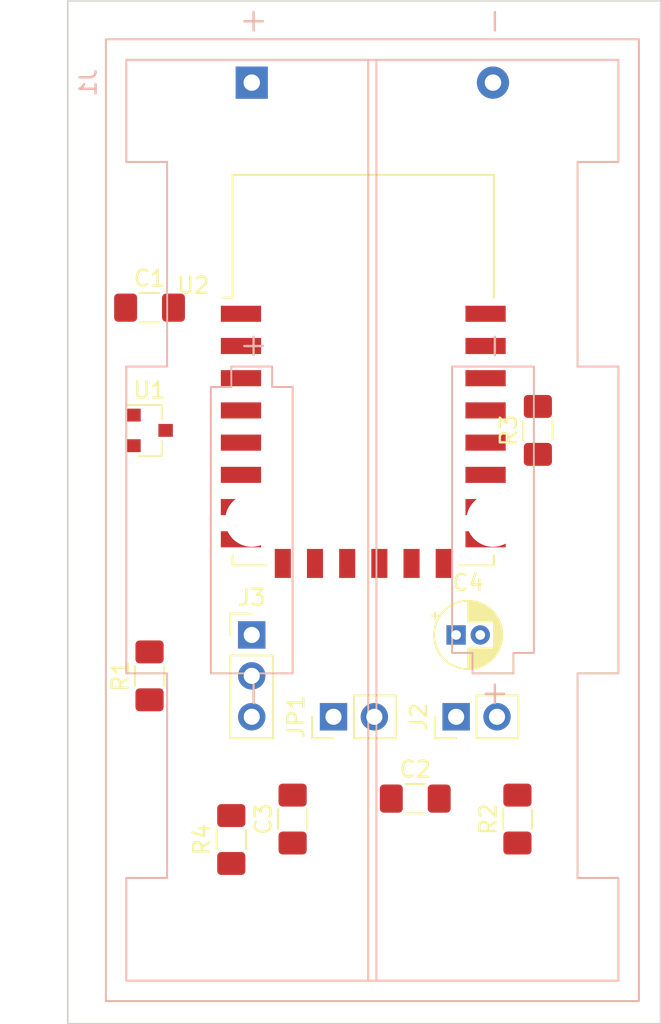
<source format=kicad_pcb>
(kicad_pcb (version 20171130) (host pcbnew "(5.1.5-0-10_14)")

  (general
    (thickness 1.6)
    (drawings 4)
    (tracks 0)
    (zones 0)
    (modules 14)
    (nets 13)
  )

  (page A4)
  (layers
    (0 F.Cu signal)
    (31 B.Cu signal)
    (32 B.Adhes user)
    (33 F.Adhes user)
    (34 B.Paste user)
    (35 F.Paste user)
    (36 B.SilkS user hide)
    (37 F.SilkS user hide)
    (38 B.Mask user)
    (39 F.Mask user)
    (40 Dwgs.User user)
    (41 Cmts.User user)
    (42 Eco1.User user)
    (43 Eco2.User user)
    (44 Edge.Cuts user)
    (45 Margin user)
    (46 B.CrtYd user)
    (47 F.CrtYd user)
    (48 B.Fab user)
    (49 F.Fab user)
  )

  (setup
    (last_trace_width 0.25)
    (trace_clearance 0.2)
    (zone_clearance 0.508)
    (zone_45_only no)
    (trace_min 0.2)
    (via_size 0.8)
    (via_drill 0.4)
    (via_min_size 0.4)
    (via_min_drill 0.3)
    (uvia_size 0.3)
    (uvia_drill 0.1)
    (uvias_allowed no)
    (uvia_min_size 0.2)
    (uvia_min_drill 0.1)
    (edge_width 0.1)
    (segment_width 0.2)
    (pcb_text_width 0.3)
    (pcb_text_size 1.5 1.5)
    (mod_edge_width 0.15)
    (mod_text_size 1 1)
    (mod_text_width 0.15)
    (pad_size 1.524 1.524)
    (pad_drill 0.762)
    (pad_to_mask_clearance 0)
    (aux_axis_origin 0 0)
    (grid_origin 27.94 36.83)
    (visible_elements FFFFFF7F)
    (pcbplotparams
      (layerselection 0x010fc_ffffffff)
      (usegerberextensions false)
      (usegerberattributes false)
      (usegerberadvancedattributes false)
      (creategerberjobfile false)
      (excludeedgelayer true)
      (linewidth 0.100000)
      (plotframeref false)
      (viasonmask false)
      (mode 1)
      (useauxorigin false)
      (hpglpennumber 1)
      (hpglpenspeed 20)
      (hpglpendiameter 15.000000)
      (psnegative false)
      (psa4output false)
      (plotreference true)
      (plotvalue true)
      (plotinvisibletext false)
      (padsonsilk false)
      (subtractmaskfromsilk false)
      (outputformat 1)
      (mirror false)
      (drillshape 1)
      (scaleselection 1)
      (outputdirectory ""))
  )

  (net 0 "")
  (net 1 "Net-(C1-Pad2)")
  (net 2 GND)
  (net 3 "Net-(C2-Pad1)")
  (net 4 "Net-(J2-Pad2)")
  (net 5 "Net-(J2-Pad1)")
  (net 6 "Net-(J3-Pad2)")
  (net 7 "Net-(J3-Pad1)")
  (net 8 "Net-(JP1-Pad1)")
  (net 9 "Net-(R1-Pad2)")
  (net 10 "Net-(R3-Pad2)")
  (net 11 "Net-(R4-Pad1)")
  (net 12 "Net-(U2-Pad1)")

  (net_class Default "This is the default net class."
    (clearance 0.2)
    (trace_width 0.25)
    (via_dia 0.8)
    (via_drill 0.4)
    (uvia_dia 0.3)
    (uvia_drill 0.1)
    (add_net GND)
    (add_net "Net-(C1-Pad2)")
    (add_net "Net-(C2-Pad1)")
    (add_net "Net-(J2-Pad1)")
    (add_net "Net-(J2-Pad2)")
    (add_net "Net-(J3-Pad1)")
    (add_net "Net-(J3-Pad2)")
    (add_net "Net-(JP1-Pad1)")
    (add_net "Net-(R1-Pad2)")
    (add_net "Net-(R3-Pad2)")
    (add_net "Net-(R4-Pad1)")
    (add_net "Net-(U2-Pad1)")
    (add_net "Net-(U2-Pad10)")
    (add_net "Net-(U2-Pad11)")
    (add_net "Net-(U2-Pad12)")
    (add_net "Net-(U2-Pad13)")
    (add_net "Net-(U2-Pad14)")
    (add_net "Net-(U2-Pad19)")
    (add_net "Net-(U2-Pad2)")
    (add_net "Net-(U2-Pad20)")
    (add_net "Net-(U2-Pad7)")
    (add_net "Net-(U2-Pad9)")
  )

  (module Battery:BatteryHolder_Keystone_2462_2xAA placed (layer B.Cu) (tedit 5BB4D45D) (tstamp 5EB9C3E7)
    (at 25.4 20.32 270)
    (descr "2xAA cell battery holder, Keystone P/N 2462, https://www.keyelco.com/product-pdf.cfm?p=1027")
    (tags "AA battery cell holder")
    (path /5EB963B1)
    (fp_text reference J1 (at 0 10.16 90) (layer B.SilkS)
      (effects (font (size 1 1) (thickness 0.15)) (justify mirror))
    )
    (fp_text value Battery (at 27.165 -8.715 270) (layer B.Fab)
      (effects (font (size 1 1) (thickness 0.15)) (justify mirror))
    )
    (fp_line (start -2.59 8.965) (end 56.92 8.965) (layer B.Fab) (width 0.1))
    (fp_line (start -2.59 -23.955) (end 56.92 -23.955) (layer B.Fab) (width 0.1))
    (fp_line (start 56.92 -23.955) (end 56.92 8.965) (layer B.Fab) (width 0.1))
    (fp_line (start -2.59 -23.955) (end -2.59 8.965) (layer B.Fab) (width 0.1))
    (fp_line (start 49.375 -22.785) (end 49.375 -20.245) (layer B.SilkS) (width 0.12))
    (fp_line (start 55.75 -22.785) (end 49.375 -22.785) (layer B.SilkS) (width 0.12))
    (fp_line (start 55.75 7.795) (end 55.75 -22.785) (layer B.SilkS) (width 0.12))
    (fp_line (start 49.375 7.795) (end 49.375 5.255) (layer B.SilkS) (width 0.12))
    (fp_line (start 55.75 7.795) (end 49.375 7.795) (layer B.SilkS) (width 0.12))
    (fp_line (start 4.925 -20.245) (end 17.625 -20.245) (layer B.SilkS) (width 0.12))
    (fp_line (start 4.925 -22.785) (end 4.925 -20.245) (layer B.SilkS) (width 0.12))
    (fp_line (start -1.42 -22.785) (end 4.925 -22.785) (layer B.SilkS) (width 0.12))
    (fp_line (start -1.42 7.795) (end -1.42 -22.785) (layer B.SilkS) (width 0.12))
    (fp_line (start 4.925 7.795) (end -1.42 7.795) (layer B.SilkS) (width 0.12))
    (fp_line (start 4.925 5.255) (end 4.925 7.795) (layer B.SilkS) (width 0.12))
    (fp_line (start 4.925 5.255) (end 17.625 5.255) (layer B.SilkS) (width 0.12))
    (fp_line (start 49.375 -20.245) (end 36.675 -20.245) (layer B.SilkS) (width 0.12))
    (fp_line (start 17.625 7.795) (end 17.625 5.255) (layer B.SilkS) (width 0.12))
    (fp_line (start 36.675 7.795) (end 17.625 7.795) (layer B.SilkS) (width 0.12))
    (fp_line (start 36.675 5.255) (end 36.675 7.795) (layer B.SilkS) (width 0.12))
    (fp_line (start 49.375 5.255) (end 36.675 5.255) (layer B.SilkS) (width 0.12))
    (fp_line (start 36.675 -22.785) (end 36.675 -20.245) (layer B.SilkS) (width 0.12))
    (fp_line (start 17.625 -22.785) (end 36.675 -22.785) (layer B.SilkS) (width 0.12))
    (fp_line (start 17.625 -20.245) (end 17.625 -22.785) (layer B.SilkS) (width 0.12))
    (fp_line (start 55.75 -7.749) (end -1.42 -7.749) (layer B.SilkS) (width 0.12))
    (fp_line (start -1.42 -7.241) (end 55.75 -7.241) (layer B.SilkS) (width 0.12))
    (fp_line (start 36.675 2.54) (end 36.675 1.27) (layer B.SilkS) (width 0.12))
    (fp_line (start 18.895 2.54) (end 36.675 2.54) (layer B.SilkS) (width 0.12))
    (fp_line (start 18.895 1.27) (end 18.895 2.54) (layer B.SilkS) (width 0.12))
    (fp_line (start 17.625 1.27) (end 18.895 1.27) (layer B.SilkS) (width 0.12))
    (fp_line (start 17.625 -1.27) (end 17.625 1.27) (layer B.SilkS) (width 0.12))
    (fp_line (start 18.895 -1.27) (end 17.625 -1.27) (layer B.SilkS) (width 0.12))
    (fp_line (start 18.895 -2.54) (end 18.895 -1.27) (layer B.SilkS) (width 0.12))
    (fp_line (start 36.675 -2.54) (end 18.895 -2.54) (layer B.SilkS) (width 0.12))
    (fp_line (start 36.675 1.27) (end 36.675 -2.54) (layer B.SilkS) (width 0.12))
    (fp_line (start 35.405 -17.53) (end 17.625 -17.53) (layer B.SilkS) (width 0.12))
    (fp_line (start 35.405 -16.26) (end 35.405 -17.53) (layer B.SilkS) (width 0.12))
    (fp_line (start 36.675 -16.26) (end 35.405 -16.26) (layer B.SilkS) (width 0.12))
    (fp_line (start 36.675 -13.72) (end 36.675 -16.26) (layer B.SilkS) (width 0.12))
    (fp_line (start 35.405 -13.72) (end 36.675 -13.72) (layer B.SilkS) (width 0.12))
    (fp_line (start 35.405 -12.45) (end 35.405 -13.72) (layer B.SilkS) (width 0.12))
    (fp_line (start 17.625 -12.45) (end 35.405 -12.45) (layer B.SilkS) (width 0.12))
    (fp_line (start 17.625 -17.53) (end 17.625 -12.45) (layer B.SilkS) (width 0.12))
    (fp_line (start 57.02 9.065) (end -2.69 9.065) (layer B.SilkS) (width 0.12))
    (fp_line (start -2.69 9.065) (end -2.69 -24.055) (layer B.SilkS) (width 0.12))
    (fp_line (start -2.69 -24.055) (end 57.02 -24.055) (layer B.SilkS) (width 0.12))
    (fp_line (start 57.02 -24.055) (end 57.02 9.065) (layer B.SilkS) (width 0.12))
    (fp_line (start 57.17 9.22) (end -2.84 9.22) (layer B.CrtYd) (width 0.05))
    (fp_line (start -2.84 9.22) (end -2.84 -24.21) (layer B.CrtYd) (width 0.05))
    (fp_line (start -2.84 -24.21) (end 57.17 -24.21) (layer B.CrtYd) (width 0.05))
    (fp_line (start 57.17 -24.21) (end 57.17 9.22) (layer B.CrtYd) (width 0.05))
    (fp_text user - (at -3.81 -14.99 270) (layer B.SilkS)
      (effects (font (size 1.5 1.5) (thickness 0.15)) (justify mirror))
    )
    (fp_text user + (at -3.81 0 270) (layer B.SilkS)
      (effects (font (size 1.5 1.5) (thickness 0.15)) (justify mirror))
    )
    (fp_text user - (at 16.355 -14.99 270) (layer B.SilkS)
      (effects (font (size 1.5 1.5) (thickness 0.15)) (justify mirror))
    )
    (fp_text user + (at 37.945 -14.99 270) (layer B.SilkS)
      (effects (font (size 1.5 1.5) (thickness 0.15)) (justify mirror))
    )
    (fp_text user %R (at 0 10.16 270) (layer B.Fab)
      (effects (font (size 1 1) (thickness 0.15)) (justify mirror))
    )
    (fp_text user + (at 16.355 0 270) (layer B.SilkS)
      (effects (font (size 1.5 1.5) (thickness 0.15)) (justify mirror))
    )
    (fp_text user - (at 37.945 0 270) (layer B.SilkS)
      (effects (font (size 1.5 1.5) (thickness 0.15)) (justify mirror))
    )
    (pad "" np_thru_hole circle (at 27.165 0 270) (size 3.3 3.3) (drill 3.3) (layers *.Cu *.Mask))
    (pad "" np_thru_hole circle (at 27.165 -14.99 270) (size 3.3 3.3) (drill 3.3) (layers *.Cu *.Mask))
    (pad 2 thru_hole circle (at 0 -14.99 270) (size 2 2) (drill 1.02) (layers *.Cu *.Mask)
      (net 2 GND))
    (pad 1 thru_hole rect (at 0 0 270) (size 2 2) (drill 1.02) (layers *.Cu *.Mask)
      (net 1 "Net-(C1-Pad2)"))
    (model ${KISYS3DMOD}/Battery.3dshapes/BatteryHolder_Keystone_2462_2xAA.wrl
      (at (xyz 0 0 0))
      (scale (xyz 1 1 1))
      (rotate (xyz 0 0 0))
    )
  )

  (module RF_Module:ESP-12E (layer F.Cu) (tedit 5A030172) (tstamp 5EB9C4BE)
    (at 32.33 38.17)
    (descr "Wi-Fi Module, http://wiki.ai-thinker.com/_media/esp8266/docs/aithinker_esp_12f_datasheet_en.pdf")
    (tags "Wi-Fi Module")
    (path /5EB8220B)
    (attr smd)
    (fp_text reference U2 (at -10.56 -5.26) (layer F.SilkS)
      (effects (font (size 1 1) (thickness 0.15)))
    )
    (fp_text value ESP-12F (at -0.06 -12.78) (layer F.Fab)
      (effects (font (size 1 1) (thickness 0.15)))
    )
    (fp_line (start 5.56 -4.8) (end 8.12 -7.36) (layer Dwgs.User) (width 0.12))
    (fp_line (start 2.56 -4.8) (end 8.12 -10.36) (layer Dwgs.User) (width 0.12))
    (fp_line (start -0.44 -4.8) (end 6.88 -12.12) (layer Dwgs.User) (width 0.12))
    (fp_line (start -3.44 -4.8) (end 3.88 -12.12) (layer Dwgs.User) (width 0.12))
    (fp_line (start -6.44 -4.8) (end 0.88 -12.12) (layer Dwgs.User) (width 0.12))
    (fp_line (start -8.12 -6.12) (end -2.12 -12.12) (layer Dwgs.User) (width 0.12))
    (fp_line (start -8.12 -9.12) (end -5.12 -12.12) (layer Dwgs.User) (width 0.12))
    (fp_line (start -8.12 -4.8) (end -8.12 -12.12) (layer Dwgs.User) (width 0.12))
    (fp_line (start 8.12 -4.8) (end -8.12 -4.8) (layer Dwgs.User) (width 0.12))
    (fp_line (start 8.12 -12.12) (end 8.12 -4.8) (layer Dwgs.User) (width 0.12))
    (fp_line (start -8.12 -12.12) (end 8.12 -12.12) (layer Dwgs.User) (width 0.12))
    (fp_line (start -8.12 -4.5) (end -8.73 -4.5) (layer F.SilkS) (width 0.12))
    (fp_line (start -8.12 -4.5) (end -8.12 -12.12) (layer F.SilkS) (width 0.12))
    (fp_line (start -8.12 12.12) (end -8.12 11.5) (layer F.SilkS) (width 0.12))
    (fp_line (start -6 12.12) (end -8.12 12.12) (layer F.SilkS) (width 0.12))
    (fp_line (start 8.12 12.12) (end 6 12.12) (layer F.SilkS) (width 0.12))
    (fp_line (start 8.12 11.5) (end 8.12 12.12) (layer F.SilkS) (width 0.12))
    (fp_line (start 8.12 -12.12) (end 8.12 -4.5) (layer F.SilkS) (width 0.12))
    (fp_line (start -8.12 -12.12) (end 8.12 -12.12) (layer F.SilkS) (width 0.12))
    (fp_line (start -9.05 13.1) (end -9.05 -12.2) (layer F.CrtYd) (width 0.05))
    (fp_line (start 9.05 13.1) (end -9.05 13.1) (layer F.CrtYd) (width 0.05))
    (fp_line (start 9.05 -12.2) (end 9.05 13.1) (layer F.CrtYd) (width 0.05))
    (fp_line (start -9.05 -12.2) (end 9.05 -12.2) (layer F.CrtYd) (width 0.05))
    (fp_line (start -8 -4) (end -8 -12) (layer F.Fab) (width 0.12))
    (fp_line (start -7.5 -3.5) (end -8 -4) (layer F.Fab) (width 0.12))
    (fp_line (start -8 -3) (end -7.5 -3.5) (layer F.Fab) (width 0.12))
    (fp_line (start -8 12) (end -8 -3) (layer F.Fab) (width 0.12))
    (fp_line (start 8 12) (end -8 12) (layer F.Fab) (width 0.12))
    (fp_line (start 8 -12) (end 8 12) (layer F.Fab) (width 0.12))
    (fp_line (start -8 -12) (end 8 -12) (layer F.Fab) (width 0.12))
    (fp_text user %R (at 0.49 -0.8) (layer F.Fab)
      (effects (font (size 1 1) (thickness 0.15)))
    )
    (fp_text user "KEEP-OUT ZONE" (at 0.03 -9.55 180) (layer Cmts.User)
      (effects (font (size 1 1) (thickness 0.15)))
    )
    (fp_text user Antenna (at -0.06 -7 180) (layer Cmts.User)
      (effects (font (size 1 1) (thickness 0.15)))
    )
    (pad 22 smd rect (at 7.6 -3.5) (size 2.5 1) (layers F.Cu F.Paste F.Mask)
      (net 5 "Net-(J2-Pad1)"))
    (pad 21 smd rect (at 7.6 -1.5) (size 2.5 1) (layers F.Cu F.Paste F.Mask)
      (net 4 "Net-(J2-Pad2)"))
    (pad 20 smd rect (at 7.6 0.5) (size 2.5 1) (layers F.Cu F.Paste F.Mask))
    (pad 19 smd rect (at 7.6 2.5) (size 2.5 1) (layers F.Cu F.Paste F.Mask))
    (pad 18 smd rect (at 7.6 4.5) (size 2.5 1) (layers F.Cu F.Paste F.Mask)
      (net 8 "Net-(JP1-Pad1)"))
    (pad 17 smd rect (at 7.6 6.5) (size 2.5 1) (layers F.Cu F.Paste F.Mask)
      (net 10 "Net-(R3-Pad2)"))
    (pad 16 smd rect (at 7.6 8.5) (size 2.5 1) (layers F.Cu F.Paste F.Mask)
      (net 11 "Net-(R4-Pad1)"))
    (pad 15 smd rect (at 7.6 10.5) (size 2.5 1) (layers F.Cu F.Paste F.Mask)
      (net 2 GND))
    (pad 14 smd rect (at 5 12) (size 1 1.8) (layers F.Cu F.Paste F.Mask))
    (pad 13 smd rect (at 3 12) (size 1 1.8) (layers F.Cu F.Paste F.Mask))
    (pad 12 smd rect (at 1 12) (size 1 1.8) (layers F.Cu F.Paste F.Mask))
    (pad 11 smd rect (at -1 12) (size 1 1.8) (layers F.Cu F.Paste F.Mask))
    (pad 10 smd rect (at -3 12) (size 1 1.8) (layers F.Cu F.Paste F.Mask))
    (pad 9 smd rect (at -5 12) (size 1 1.8) (layers F.Cu F.Paste F.Mask))
    (pad 8 smd rect (at -7.6 10.5) (size 2.5 1) (layers F.Cu F.Paste F.Mask)
      (net 3 "Net-(C2-Pad1)"))
    (pad 7 smd rect (at -7.6 8.5) (size 2.5 1) (layers F.Cu F.Paste F.Mask))
    (pad 6 smd rect (at -7.6 6.5) (size 2.5 1) (layers F.Cu F.Paste F.Mask)
      (net 7 "Net-(J3-Pad1)"))
    (pad 5 smd rect (at -7.6 4.5) (size 2.5 1) (layers F.Cu F.Paste F.Mask)
      (net 6 "Net-(J3-Pad2)"))
    (pad 4 smd rect (at -7.6 2.5) (size 2.5 1) (layers F.Cu F.Paste F.Mask)
      (net 12 "Net-(U2-Pad1)"))
    (pad 3 smd rect (at -7.6 0.5) (size 2.5 1) (layers F.Cu F.Paste F.Mask)
      (net 9 "Net-(R1-Pad2)"))
    (pad 2 smd rect (at -7.6 -1.5) (size 2.5 1) (layers F.Cu F.Paste F.Mask))
    (pad 1 smd rect (at -7.6 -3.5) (size 2.5 1) (layers F.Cu F.Paste F.Mask)
      (net 12 "Net-(U2-Pad1)"))
    (model ${KISYS3DMOD}/RF_Module.3dshapes/ESP-12E.wrl
      (at (xyz 0 0 0))
      (scale (xyz 1 1 1))
      (rotate (xyz 0 0 0))
    )
  )

  (module Package_TO_SOT_SMD:SOT-23 (layer F.Cu) (tedit 5A02FF57) (tstamp 5EB9C483)
    (at 19.05 41.91)
    (descr "SOT-23, Standard")
    (tags SOT-23)
    (path /5EB83982)
    (attr smd)
    (fp_text reference U1 (at 0 -2.5) (layer F.SilkS)
      (effects (font (size 1 1) (thickness 0.15)))
    )
    (fp_text value MCP1700-3302E_SOT23 (at 0 2.5) (layer F.Fab)
      (effects (font (size 1 1) (thickness 0.15)))
    )
    (fp_line (start 0.76 1.58) (end -0.7 1.58) (layer F.SilkS) (width 0.12))
    (fp_line (start 0.76 -1.58) (end -1.4 -1.58) (layer F.SilkS) (width 0.12))
    (fp_line (start -1.7 1.75) (end -1.7 -1.75) (layer F.CrtYd) (width 0.05))
    (fp_line (start 1.7 1.75) (end -1.7 1.75) (layer F.CrtYd) (width 0.05))
    (fp_line (start 1.7 -1.75) (end 1.7 1.75) (layer F.CrtYd) (width 0.05))
    (fp_line (start -1.7 -1.75) (end 1.7 -1.75) (layer F.CrtYd) (width 0.05))
    (fp_line (start 0.76 -1.58) (end 0.76 -0.65) (layer F.SilkS) (width 0.12))
    (fp_line (start 0.76 1.58) (end 0.76 0.65) (layer F.SilkS) (width 0.12))
    (fp_line (start -0.7 1.52) (end 0.7 1.52) (layer F.Fab) (width 0.1))
    (fp_line (start 0.7 -1.52) (end 0.7 1.52) (layer F.Fab) (width 0.1))
    (fp_line (start -0.7 -0.95) (end -0.15 -1.52) (layer F.Fab) (width 0.1))
    (fp_line (start -0.15 -1.52) (end 0.7 -1.52) (layer F.Fab) (width 0.1))
    (fp_line (start -0.7 -0.95) (end -0.7 1.5) (layer F.Fab) (width 0.1))
    (fp_text user %R (at 0 0 90) (layer F.Fab)
      (effects (font (size 0.5 0.5) (thickness 0.075)))
    )
    (pad 3 smd rect (at 1 0) (size 0.9 0.8) (layers F.Cu F.Paste F.Mask)
      (net 1 "Net-(C1-Pad2)"))
    (pad 2 smd rect (at -1 0.95) (size 0.9 0.8) (layers F.Cu F.Paste F.Mask)
      (net 3 "Net-(C2-Pad1)"))
    (pad 1 smd rect (at -1 -0.95) (size 0.9 0.8) (layers F.Cu F.Paste F.Mask)
      (net 2 GND))
    (model ${KISYS3DMOD}/Package_TO_SOT_SMD.3dshapes/SOT-23.wrl
      (at (xyz 0 0 0))
      (scale (xyz 1 1 1))
      (rotate (xyz 0 0 0))
    )
  )

  (module Capacitor_SMD:C_1206_3216Metric_Pad1.42x1.75mm_HandSolder (layer F.Cu) (tedit 5B301BBE) (tstamp 5EB9C46E)
    (at 24.13 67.31 90)
    (descr "Capacitor SMD 1206 (3216 Metric), square (rectangular) end terminal, IPC_7351 nominal with elongated pad for handsoldering. (Body size source: http://www.tortai-tech.com/upload/download/2011102023233369053.pdf), generated with kicad-footprint-generator")
    (tags "capacitor handsolder")
    (path /5EB9A33E)
    (attr smd)
    (fp_text reference R4 (at 0 -1.82 90) (layer F.SilkS)
      (effects (font (size 1 1) (thickness 0.15)))
    )
    (fp_text value 10K (at 0 1.82 90) (layer F.Fab)
      (effects (font (size 1 1) (thickness 0.15)))
    )
    (fp_text user %R (at 0 0 90) (layer F.Fab)
      (effects (font (size 0.8 0.8) (thickness 0.12)))
    )
    (fp_line (start 2.45 1.12) (end -2.45 1.12) (layer F.CrtYd) (width 0.05))
    (fp_line (start 2.45 -1.12) (end 2.45 1.12) (layer F.CrtYd) (width 0.05))
    (fp_line (start -2.45 -1.12) (end 2.45 -1.12) (layer F.CrtYd) (width 0.05))
    (fp_line (start -2.45 1.12) (end -2.45 -1.12) (layer F.CrtYd) (width 0.05))
    (fp_line (start -0.602064 0.91) (end 0.602064 0.91) (layer F.SilkS) (width 0.12))
    (fp_line (start -0.602064 -0.91) (end 0.602064 -0.91) (layer F.SilkS) (width 0.12))
    (fp_line (start 1.6 0.8) (end -1.6 0.8) (layer F.Fab) (width 0.1))
    (fp_line (start 1.6 -0.8) (end 1.6 0.8) (layer F.Fab) (width 0.1))
    (fp_line (start -1.6 -0.8) (end 1.6 -0.8) (layer F.Fab) (width 0.1))
    (fp_line (start -1.6 0.8) (end -1.6 -0.8) (layer F.Fab) (width 0.1))
    (pad 2 smd roundrect (at 1.4875 0 90) (size 1.425 1.75) (layers F.Cu F.Paste F.Mask) (roundrect_rratio 0.175439)
      (net 2 GND))
    (pad 1 smd roundrect (at -1.4875 0 90) (size 1.425 1.75) (layers F.Cu F.Paste F.Mask) (roundrect_rratio 0.175439)
      (net 11 "Net-(R4-Pad1)"))
    (model ${KISYS3DMOD}/Capacitor_SMD.3dshapes/C_1206_3216Metric.wrl
      (at (xyz 0 0 0))
      (scale (xyz 1 1 1))
      (rotate (xyz 0 0 0))
    )
  )

  (module Capacitor_SMD:C_1206_3216Metric_Pad1.42x1.75mm_HandSolder (layer F.Cu) (tedit 5B301BBE) (tstamp 5EB9C45D)
    (at 43.18 41.91 90)
    (descr "Capacitor SMD 1206 (3216 Metric), square (rectangular) end terminal, IPC_7351 nominal with elongated pad for handsoldering. (Body size source: http://www.tortai-tech.com/upload/download/2011102023233369053.pdf), generated with kicad-footprint-generator")
    (tags "capacitor handsolder")
    (path /5EB998F1)
    (attr smd)
    (fp_text reference R3 (at 0 -1.82 90) (layer F.SilkS)
      (effects (font (size 1 1) (thickness 0.15)))
    )
    (fp_text value 10K (at 0 1.82 90) (layer F.Fab)
      (effects (font (size 1 1) (thickness 0.15)))
    )
    (fp_text user %R (at 0 0 90) (layer F.Fab)
      (effects (font (size 0.8 0.8) (thickness 0.12)))
    )
    (fp_line (start 2.45 1.12) (end -2.45 1.12) (layer F.CrtYd) (width 0.05))
    (fp_line (start 2.45 -1.12) (end 2.45 1.12) (layer F.CrtYd) (width 0.05))
    (fp_line (start -2.45 -1.12) (end 2.45 -1.12) (layer F.CrtYd) (width 0.05))
    (fp_line (start -2.45 1.12) (end -2.45 -1.12) (layer F.CrtYd) (width 0.05))
    (fp_line (start -0.602064 0.91) (end 0.602064 0.91) (layer F.SilkS) (width 0.12))
    (fp_line (start -0.602064 -0.91) (end 0.602064 -0.91) (layer F.SilkS) (width 0.12))
    (fp_line (start 1.6 0.8) (end -1.6 0.8) (layer F.Fab) (width 0.1))
    (fp_line (start 1.6 -0.8) (end 1.6 0.8) (layer F.Fab) (width 0.1))
    (fp_line (start -1.6 -0.8) (end 1.6 -0.8) (layer F.Fab) (width 0.1))
    (fp_line (start -1.6 0.8) (end -1.6 -0.8) (layer F.Fab) (width 0.1))
    (pad 2 smd roundrect (at 1.4875 0 90) (size 1.425 1.75) (layers F.Cu F.Paste F.Mask) (roundrect_rratio 0.175439)
      (net 10 "Net-(R3-Pad2)"))
    (pad 1 smd roundrect (at -1.4875 0 90) (size 1.425 1.75) (layers F.Cu F.Paste F.Mask) (roundrect_rratio 0.175439)
      (net 3 "Net-(C2-Pad1)"))
    (model ${KISYS3DMOD}/Capacitor_SMD.3dshapes/C_1206_3216Metric.wrl
      (at (xyz 0 0 0))
      (scale (xyz 1 1 1))
      (rotate (xyz 0 0 0))
    )
  )

  (module Capacitor_SMD:C_1206_3216Metric_Pad1.42x1.75mm_HandSolder (layer F.Cu) (tedit 5B301BBE) (tstamp 5EB9C44C)
    (at 41.91 66.04 90)
    (descr "Capacitor SMD 1206 (3216 Metric), square (rectangular) end terminal, IPC_7351 nominal with elongated pad for handsoldering. (Body size source: http://www.tortai-tech.com/upload/download/2011102023233369053.pdf), generated with kicad-footprint-generator")
    (tags "capacitor handsolder")
    (path /5EB994A9)
    (attr smd)
    (fp_text reference R2 (at 0 -1.82 90) (layer F.SilkS)
      (effects (font (size 1 1) (thickness 0.15)))
    )
    (fp_text value 10K (at 0 1.82 90) (layer F.Fab)
      (effects (font (size 1 1) (thickness 0.15)))
    )
    (fp_text user %R (at 0 0 90) (layer F.Fab)
      (effects (font (size 0.8 0.8) (thickness 0.12)))
    )
    (fp_line (start 2.45 1.12) (end -2.45 1.12) (layer F.CrtYd) (width 0.05))
    (fp_line (start 2.45 -1.12) (end 2.45 1.12) (layer F.CrtYd) (width 0.05))
    (fp_line (start -2.45 -1.12) (end 2.45 -1.12) (layer F.CrtYd) (width 0.05))
    (fp_line (start -2.45 1.12) (end -2.45 -1.12) (layer F.CrtYd) (width 0.05))
    (fp_line (start -0.602064 0.91) (end 0.602064 0.91) (layer F.SilkS) (width 0.12))
    (fp_line (start -0.602064 -0.91) (end 0.602064 -0.91) (layer F.SilkS) (width 0.12))
    (fp_line (start 1.6 0.8) (end -1.6 0.8) (layer F.Fab) (width 0.1))
    (fp_line (start 1.6 -0.8) (end 1.6 0.8) (layer F.Fab) (width 0.1))
    (fp_line (start -1.6 -0.8) (end 1.6 -0.8) (layer F.Fab) (width 0.1))
    (fp_line (start -1.6 0.8) (end -1.6 -0.8) (layer F.Fab) (width 0.1))
    (pad 2 smd roundrect (at 1.4875 0 90) (size 1.425 1.75) (layers F.Cu F.Paste F.Mask) (roundrect_rratio 0.175439)
      (net 8 "Net-(JP1-Pad1)"))
    (pad 1 smd roundrect (at -1.4875 0 90) (size 1.425 1.75) (layers F.Cu F.Paste F.Mask) (roundrect_rratio 0.175439)
      (net 3 "Net-(C2-Pad1)"))
    (model ${KISYS3DMOD}/Capacitor_SMD.3dshapes/C_1206_3216Metric.wrl
      (at (xyz 0 0 0))
      (scale (xyz 1 1 1))
      (rotate (xyz 0 0 0))
    )
  )

  (module Capacitor_SMD:C_1206_3216Metric_Pad1.42x1.75mm_HandSolder (layer F.Cu) (tedit 5B301BBE) (tstamp 5EB9C43B)
    (at 19.05 57.15 90)
    (descr "Capacitor SMD 1206 (3216 Metric), square (rectangular) end terminal, IPC_7351 nominal with elongated pad for handsoldering. (Body size source: http://www.tortai-tech.com/upload/download/2011102023233369053.pdf), generated with kicad-footprint-generator")
    (tags "capacitor handsolder")
    (path /5EB97EBD)
    (attr smd)
    (fp_text reference R1 (at 0 -1.82 90) (layer F.SilkS)
      (effects (font (size 1 1) (thickness 0.15)))
    )
    (fp_text value 10K (at 0 1.82 90) (layer F.Fab)
      (effects (font (size 1 1) (thickness 0.15)))
    )
    (fp_text user %R (at 0 0 90) (layer F.Fab)
      (effects (font (size 0.8 0.8) (thickness 0.12)))
    )
    (fp_line (start 2.45 1.12) (end -2.45 1.12) (layer F.CrtYd) (width 0.05))
    (fp_line (start 2.45 -1.12) (end 2.45 1.12) (layer F.CrtYd) (width 0.05))
    (fp_line (start -2.45 -1.12) (end 2.45 -1.12) (layer F.CrtYd) (width 0.05))
    (fp_line (start -2.45 1.12) (end -2.45 -1.12) (layer F.CrtYd) (width 0.05))
    (fp_line (start -0.602064 0.91) (end 0.602064 0.91) (layer F.SilkS) (width 0.12))
    (fp_line (start -0.602064 -0.91) (end 0.602064 -0.91) (layer F.SilkS) (width 0.12))
    (fp_line (start 1.6 0.8) (end -1.6 0.8) (layer F.Fab) (width 0.1))
    (fp_line (start 1.6 -0.8) (end 1.6 0.8) (layer F.Fab) (width 0.1))
    (fp_line (start -1.6 -0.8) (end 1.6 -0.8) (layer F.Fab) (width 0.1))
    (fp_line (start -1.6 0.8) (end -1.6 -0.8) (layer F.Fab) (width 0.1))
    (pad 2 smd roundrect (at 1.4875 0 90) (size 1.425 1.75) (layers F.Cu F.Paste F.Mask) (roundrect_rratio 0.175439)
      (net 9 "Net-(R1-Pad2)"))
    (pad 1 smd roundrect (at -1.4875 0 90) (size 1.425 1.75) (layers F.Cu F.Paste F.Mask) (roundrect_rratio 0.175439)
      (net 3 "Net-(C2-Pad1)"))
    (model ${KISYS3DMOD}/Capacitor_SMD.3dshapes/C_1206_3216Metric.wrl
      (at (xyz 0 0 0))
      (scale (xyz 1 1 1))
      (rotate (xyz 0 0 0))
    )
  )

  (module Connector_PinHeader_2.54mm:PinHeader_1x02_P2.54mm_Vertical (layer F.Cu) (tedit 59FED5CC) (tstamp 5EB9C42A)
    (at 30.48 59.69 90)
    (descr "Through hole straight pin header, 1x02, 2.54mm pitch, single row")
    (tags "Through hole pin header THT 1x02 2.54mm single row")
    (path /5EBAFBE3)
    (fp_text reference JP1 (at 0 -2.33 90) (layer F.SilkS)
      (effects (font (size 1 1) (thickness 0.15)))
    )
    (fp_text value Download (at 0 4.87 90) (layer F.Fab)
      (effects (font (size 1 1) (thickness 0.15)))
    )
    (fp_text user %R (at 0 1.27) (layer F.Fab)
      (effects (font (size 1 1) (thickness 0.15)))
    )
    (fp_line (start 1.8 -1.8) (end -1.8 -1.8) (layer F.CrtYd) (width 0.05))
    (fp_line (start 1.8 4.35) (end 1.8 -1.8) (layer F.CrtYd) (width 0.05))
    (fp_line (start -1.8 4.35) (end 1.8 4.35) (layer F.CrtYd) (width 0.05))
    (fp_line (start -1.8 -1.8) (end -1.8 4.35) (layer F.CrtYd) (width 0.05))
    (fp_line (start -1.33 -1.33) (end 0 -1.33) (layer F.SilkS) (width 0.12))
    (fp_line (start -1.33 0) (end -1.33 -1.33) (layer F.SilkS) (width 0.12))
    (fp_line (start -1.33 1.27) (end 1.33 1.27) (layer F.SilkS) (width 0.12))
    (fp_line (start 1.33 1.27) (end 1.33 3.87) (layer F.SilkS) (width 0.12))
    (fp_line (start -1.33 1.27) (end -1.33 3.87) (layer F.SilkS) (width 0.12))
    (fp_line (start -1.33 3.87) (end 1.33 3.87) (layer F.SilkS) (width 0.12))
    (fp_line (start -1.27 -0.635) (end -0.635 -1.27) (layer F.Fab) (width 0.1))
    (fp_line (start -1.27 3.81) (end -1.27 -0.635) (layer F.Fab) (width 0.1))
    (fp_line (start 1.27 3.81) (end -1.27 3.81) (layer F.Fab) (width 0.1))
    (fp_line (start 1.27 -1.27) (end 1.27 3.81) (layer F.Fab) (width 0.1))
    (fp_line (start -0.635 -1.27) (end 1.27 -1.27) (layer F.Fab) (width 0.1))
    (pad 2 thru_hole oval (at 0 2.54 90) (size 1.7 1.7) (drill 1) (layers *.Cu *.Mask)
      (net 2 GND))
    (pad 1 thru_hole rect (at 0 0 90) (size 1.7 1.7) (drill 1) (layers *.Cu *.Mask)
      (net 8 "Net-(JP1-Pad1)"))
    (model ${KISYS3DMOD}/Connector_PinHeader_2.54mm.3dshapes/PinHeader_1x02_P2.54mm_Vertical.wrl
      (at (xyz 0 0 0))
      (scale (xyz 1 1 1))
      (rotate (xyz 0 0 0))
    )
  )

  (module Connector_PinHeader_2.54mm:PinHeader_1x03_P2.54mm_Vertical (layer F.Cu) (tedit 59FED5CC) (tstamp 5EB9C414)
    (at 25.4 54.61)
    (descr "Through hole straight pin header, 1x03, 2.54mm pitch, single row")
    (tags "Through hole pin header THT 1x03 2.54mm single row")
    (path /5EBC111A)
    (fp_text reference J3 (at 0 -2.33) (layer F.SilkS)
      (effects (font (size 1 1) (thickness 0.15)))
    )
    (fp_text value DHT22 (at 0 7.41) (layer F.Fab)
      (effects (font (size 1 1) (thickness 0.15)))
    )
    (fp_text user %R (at 0 2.54 90) (layer F.Fab)
      (effects (font (size 1 1) (thickness 0.15)))
    )
    (fp_line (start 1.8 -1.8) (end -1.8 -1.8) (layer F.CrtYd) (width 0.05))
    (fp_line (start 1.8 6.85) (end 1.8 -1.8) (layer F.CrtYd) (width 0.05))
    (fp_line (start -1.8 6.85) (end 1.8 6.85) (layer F.CrtYd) (width 0.05))
    (fp_line (start -1.8 -1.8) (end -1.8 6.85) (layer F.CrtYd) (width 0.05))
    (fp_line (start -1.33 -1.33) (end 0 -1.33) (layer F.SilkS) (width 0.12))
    (fp_line (start -1.33 0) (end -1.33 -1.33) (layer F.SilkS) (width 0.12))
    (fp_line (start -1.33 1.27) (end 1.33 1.27) (layer F.SilkS) (width 0.12))
    (fp_line (start 1.33 1.27) (end 1.33 6.41) (layer F.SilkS) (width 0.12))
    (fp_line (start -1.33 1.27) (end -1.33 6.41) (layer F.SilkS) (width 0.12))
    (fp_line (start -1.33 6.41) (end 1.33 6.41) (layer F.SilkS) (width 0.12))
    (fp_line (start -1.27 -0.635) (end -0.635 -1.27) (layer F.Fab) (width 0.1))
    (fp_line (start -1.27 6.35) (end -1.27 -0.635) (layer F.Fab) (width 0.1))
    (fp_line (start 1.27 6.35) (end -1.27 6.35) (layer F.Fab) (width 0.1))
    (fp_line (start 1.27 -1.27) (end 1.27 6.35) (layer F.Fab) (width 0.1))
    (fp_line (start -0.635 -1.27) (end 1.27 -1.27) (layer F.Fab) (width 0.1))
    (pad 3 thru_hole oval (at 0 5.08) (size 1.7 1.7) (drill 1) (layers *.Cu *.Mask)
      (net 2 GND))
    (pad 2 thru_hole oval (at 0 2.54) (size 1.7 1.7) (drill 1) (layers *.Cu *.Mask)
      (net 6 "Net-(J3-Pad2)"))
    (pad 1 thru_hole rect (at 0 0) (size 1.7 1.7) (drill 1) (layers *.Cu *.Mask)
      (net 7 "Net-(J3-Pad1)"))
    (model ${KISYS3DMOD}/Connector_PinHeader_2.54mm.3dshapes/PinHeader_1x03_P2.54mm_Vertical.wrl
      (at (xyz 0 0 0))
      (scale (xyz 1 1 1))
      (rotate (xyz 0 0 0))
    )
  )

  (module Connector_PinHeader_2.54mm:PinHeader_1x02_P2.54mm_Vertical (layer F.Cu) (tedit 59FED5CC) (tstamp 5EB9C3FD)
    (at 38.1 59.69 90)
    (descr "Through hole straight pin header, 1x02, 2.54mm pitch, single row")
    (tags "Through hole pin header THT 1x02 2.54mm single row")
    (path /5EBCC504)
    (fp_text reference J2 (at 0 -2.33 90) (layer F.SilkS)
      (effects (font (size 1 1) (thickness 0.15)))
    )
    (fp_text value UART (at 0 4.87 90) (layer F.Fab)
      (effects (font (size 1 1) (thickness 0.15)))
    )
    (fp_text user %R (at 0 1.27) (layer F.Fab)
      (effects (font (size 1 1) (thickness 0.15)))
    )
    (fp_line (start 1.8 -1.8) (end -1.8 -1.8) (layer F.CrtYd) (width 0.05))
    (fp_line (start 1.8 4.35) (end 1.8 -1.8) (layer F.CrtYd) (width 0.05))
    (fp_line (start -1.8 4.35) (end 1.8 4.35) (layer F.CrtYd) (width 0.05))
    (fp_line (start -1.8 -1.8) (end -1.8 4.35) (layer F.CrtYd) (width 0.05))
    (fp_line (start -1.33 -1.33) (end 0 -1.33) (layer F.SilkS) (width 0.12))
    (fp_line (start -1.33 0) (end -1.33 -1.33) (layer F.SilkS) (width 0.12))
    (fp_line (start -1.33 1.27) (end 1.33 1.27) (layer F.SilkS) (width 0.12))
    (fp_line (start 1.33 1.27) (end 1.33 3.87) (layer F.SilkS) (width 0.12))
    (fp_line (start -1.33 1.27) (end -1.33 3.87) (layer F.SilkS) (width 0.12))
    (fp_line (start -1.33 3.87) (end 1.33 3.87) (layer F.SilkS) (width 0.12))
    (fp_line (start -1.27 -0.635) (end -0.635 -1.27) (layer F.Fab) (width 0.1))
    (fp_line (start -1.27 3.81) (end -1.27 -0.635) (layer F.Fab) (width 0.1))
    (fp_line (start 1.27 3.81) (end -1.27 3.81) (layer F.Fab) (width 0.1))
    (fp_line (start 1.27 -1.27) (end 1.27 3.81) (layer F.Fab) (width 0.1))
    (fp_line (start -0.635 -1.27) (end 1.27 -1.27) (layer F.Fab) (width 0.1))
    (pad 2 thru_hole oval (at 0 2.54 90) (size 1.7 1.7) (drill 1) (layers *.Cu *.Mask)
      (net 4 "Net-(J2-Pad2)"))
    (pad 1 thru_hole rect (at 0 0 90) (size 1.7 1.7) (drill 1) (layers *.Cu *.Mask)
      (net 5 "Net-(J2-Pad1)"))
    (model ${KISYS3DMOD}/Connector_PinHeader_2.54mm.3dshapes/PinHeader_1x02_P2.54mm_Vertical.wrl
      (at (xyz 0 0 0))
      (scale (xyz 1 1 1))
      (rotate (xyz 0 0 0))
    )
  )

  (module Capacitor_THT:CP_Radial_D4.0mm_P1.50mm (layer F.Cu) (tedit 5AE50EF0) (tstamp 5EB9C3D1)
    (at 38.1 54.61)
    (descr "CP, Radial series, Radial, pin pitch=1.50mm, , diameter=4mm, Electrolytic Capacitor")
    (tags "CP Radial series Radial pin pitch 1.50mm  diameter 4mm Electrolytic Capacitor")
    (path /5EBB3F90)
    (fp_text reference C4 (at 0.75 -3.25) (layer F.SilkS)
      (effects (font (size 1 1) (thickness 0.15)))
    )
    (fp_text value 10uF (at 0.75 3.25) (layer F.Fab)
      (effects (font (size 1 1) (thickness 0.15)))
    )
    (fp_text user %R (at 0.75 3.53) (layer F.Fab)
      (effects (font (size 0.8 0.8) (thickness 0.12)))
    )
    (fp_line (start -1.319801 -1.395) (end -1.319801 -0.995) (layer F.SilkS) (width 0.12))
    (fp_line (start -1.519801 -1.195) (end -1.119801 -1.195) (layer F.SilkS) (width 0.12))
    (fp_line (start 2.831 -0.37) (end 2.831 0.37) (layer F.SilkS) (width 0.12))
    (fp_line (start 2.791 -0.537) (end 2.791 0.537) (layer F.SilkS) (width 0.12))
    (fp_line (start 2.751 -0.664) (end 2.751 0.664) (layer F.SilkS) (width 0.12))
    (fp_line (start 2.711 -0.768) (end 2.711 0.768) (layer F.SilkS) (width 0.12))
    (fp_line (start 2.671 -0.859) (end 2.671 0.859) (layer F.SilkS) (width 0.12))
    (fp_line (start 2.631 -0.94) (end 2.631 0.94) (layer F.SilkS) (width 0.12))
    (fp_line (start 2.591 -1.013) (end 2.591 1.013) (layer F.SilkS) (width 0.12))
    (fp_line (start 2.551 -1.08) (end 2.551 1.08) (layer F.SilkS) (width 0.12))
    (fp_line (start 2.511 -1.142) (end 2.511 1.142) (layer F.SilkS) (width 0.12))
    (fp_line (start 2.471 -1.2) (end 2.471 1.2) (layer F.SilkS) (width 0.12))
    (fp_line (start 2.431 -1.254) (end 2.431 1.254) (layer F.SilkS) (width 0.12))
    (fp_line (start 2.391 -1.304) (end 2.391 1.304) (layer F.SilkS) (width 0.12))
    (fp_line (start 2.351 -1.351) (end 2.351 1.351) (layer F.SilkS) (width 0.12))
    (fp_line (start 2.311 0.84) (end 2.311 1.396) (layer F.SilkS) (width 0.12))
    (fp_line (start 2.311 -1.396) (end 2.311 -0.84) (layer F.SilkS) (width 0.12))
    (fp_line (start 2.271 0.84) (end 2.271 1.438) (layer F.SilkS) (width 0.12))
    (fp_line (start 2.271 -1.438) (end 2.271 -0.84) (layer F.SilkS) (width 0.12))
    (fp_line (start 2.231 0.84) (end 2.231 1.478) (layer F.SilkS) (width 0.12))
    (fp_line (start 2.231 -1.478) (end 2.231 -0.84) (layer F.SilkS) (width 0.12))
    (fp_line (start 2.191 0.84) (end 2.191 1.516) (layer F.SilkS) (width 0.12))
    (fp_line (start 2.191 -1.516) (end 2.191 -0.84) (layer F.SilkS) (width 0.12))
    (fp_line (start 2.151 0.84) (end 2.151 1.552) (layer F.SilkS) (width 0.12))
    (fp_line (start 2.151 -1.552) (end 2.151 -0.84) (layer F.SilkS) (width 0.12))
    (fp_line (start 2.111 0.84) (end 2.111 1.587) (layer F.SilkS) (width 0.12))
    (fp_line (start 2.111 -1.587) (end 2.111 -0.84) (layer F.SilkS) (width 0.12))
    (fp_line (start 2.071 0.84) (end 2.071 1.619) (layer F.SilkS) (width 0.12))
    (fp_line (start 2.071 -1.619) (end 2.071 -0.84) (layer F.SilkS) (width 0.12))
    (fp_line (start 2.031 0.84) (end 2.031 1.65) (layer F.SilkS) (width 0.12))
    (fp_line (start 2.031 -1.65) (end 2.031 -0.84) (layer F.SilkS) (width 0.12))
    (fp_line (start 1.991 0.84) (end 1.991 1.68) (layer F.SilkS) (width 0.12))
    (fp_line (start 1.991 -1.68) (end 1.991 -0.84) (layer F.SilkS) (width 0.12))
    (fp_line (start 1.951 0.84) (end 1.951 1.708) (layer F.SilkS) (width 0.12))
    (fp_line (start 1.951 -1.708) (end 1.951 -0.84) (layer F.SilkS) (width 0.12))
    (fp_line (start 1.911 0.84) (end 1.911 1.735) (layer F.SilkS) (width 0.12))
    (fp_line (start 1.911 -1.735) (end 1.911 -0.84) (layer F.SilkS) (width 0.12))
    (fp_line (start 1.871 0.84) (end 1.871 1.76) (layer F.SilkS) (width 0.12))
    (fp_line (start 1.871 -1.76) (end 1.871 -0.84) (layer F.SilkS) (width 0.12))
    (fp_line (start 1.831 0.84) (end 1.831 1.785) (layer F.SilkS) (width 0.12))
    (fp_line (start 1.831 -1.785) (end 1.831 -0.84) (layer F.SilkS) (width 0.12))
    (fp_line (start 1.791 0.84) (end 1.791 1.808) (layer F.SilkS) (width 0.12))
    (fp_line (start 1.791 -1.808) (end 1.791 -0.84) (layer F.SilkS) (width 0.12))
    (fp_line (start 1.751 0.84) (end 1.751 1.83) (layer F.SilkS) (width 0.12))
    (fp_line (start 1.751 -1.83) (end 1.751 -0.84) (layer F.SilkS) (width 0.12))
    (fp_line (start 1.711 0.84) (end 1.711 1.851) (layer F.SilkS) (width 0.12))
    (fp_line (start 1.711 -1.851) (end 1.711 -0.84) (layer F.SilkS) (width 0.12))
    (fp_line (start 1.671 0.84) (end 1.671 1.87) (layer F.SilkS) (width 0.12))
    (fp_line (start 1.671 -1.87) (end 1.671 -0.84) (layer F.SilkS) (width 0.12))
    (fp_line (start 1.631 0.84) (end 1.631 1.889) (layer F.SilkS) (width 0.12))
    (fp_line (start 1.631 -1.889) (end 1.631 -0.84) (layer F.SilkS) (width 0.12))
    (fp_line (start 1.591 0.84) (end 1.591 1.907) (layer F.SilkS) (width 0.12))
    (fp_line (start 1.591 -1.907) (end 1.591 -0.84) (layer F.SilkS) (width 0.12))
    (fp_line (start 1.551 0.84) (end 1.551 1.924) (layer F.SilkS) (width 0.12))
    (fp_line (start 1.551 -1.924) (end 1.551 -0.84) (layer F.SilkS) (width 0.12))
    (fp_line (start 1.511 0.84) (end 1.511 1.94) (layer F.SilkS) (width 0.12))
    (fp_line (start 1.511 -1.94) (end 1.511 -0.84) (layer F.SilkS) (width 0.12))
    (fp_line (start 1.471 0.84) (end 1.471 1.954) (layer F.SilkS) (width 0.12))
    (fp_line (start 1.471 -1.954) (end 1.471 -0.84) (layer F.SilkS) (width 0.12))
    (fp_line (start 1.43 0.84) (end 1.43 1.968) (layer F.SilkS) (width 0.12))
    (fp_line (start 1.43 -1.968) (end 1.43 -0.84) (layer F.SilkS) (width 0.12))
    (fp_line (start 1.39 0.84) (end 1.39 1.982) (layer F.SilkS) (width 0.12))
    (fp_line (start 1.39 -1.982) (end 1.39 -0.84) (layer F.SilkS) (width 0.12))
    (fp_line (start 1.35 0.84) (end 1.35 1.994) (layer F.SilkS) (width 0.12))
    (fp_line (start 1.35 -1.994) (end 1.35 -0.84) (layer F.SilkS) (width 0.12))
    (fp_line (start 1.31 0.84) (end 1.31 2.005) (layer F.SilkS) (width 0.12))
    (fp_line (start 1.31 -2.005) (end 1.31 -0.84) (layer F.SilkS) (width 0.12))
    (fp_line (start 1.27 0.84) (end 1.27 2.016) (layer F.SilkS) (width 0.12))
    (fp_line (start 1.27 -2.016) (end 1.27 -0.84) (layer F.SilkS) (width 0.12))
    (fp_line (start 1.23 0.84) (end 1.23 2.025) (layer F.SilkS) (width 0.12))
    (fp_line (start 1.23 -2.025) (end 1.23 -0.84) (layer F.SilkS) (width 0.12))
    (fp_line (start 1.19 0.84) (end 1.19 2.034) (layer F.SilkS) (width 0.12))
    (fp_line (start 1.19 -2.034) (end 1.19 -0.84) (layer F.SilkS) (width 0.12))
    (fp_line (start 1.15 0.84) (end 1.15 2.042) (layer F.SilkS) (width 0.12))
    (fp_line (start 1.15 -2.042) (end 1.15 -0.84) (layer F.SilkS) (width 0.12))
    (fp_line (start 1.11 0.84) (end 1.11 2.05) (layer F.SilkS) (width 0.12))
    (fp_line (start 1.11 -2.05) (end 1.11 -0.84) (layer F.SilkS) (width 0.12))
    (fp_line (start 1.07 0.84) (end 1.07 2.056) (layer F.SilkS) (width 0.12))
    (fp_line (start 1.07 -2.056) (end 1.07 -0.84) (layer F.SilkS) (width 0.12))
    (fp_line (start 1.03 0.84) (end 1.03 2.062) (layer F.SilkS) (width 0.12))
    (fp_line (start 1.03 -2.062) (end 1.03 -0.84) (layer F.SilkS) (width 0.12))
    (fp_line (start 0.99 0.84) (end 0.99 2.067) (layer F.SilkS) (width 0.12))
    (fp_line (start 0.99 -2.067) (end 0.99 -0.84) (layer F.SilkS) (width 0.12))
    (fp_line (start 0.95 0.84) (end 0.95 2.071) (layer F.SilkS) (width 0.12))
    (fp_line (start 0.95 -2.071) (end 0.95 -0.84) (layer F.SilkS) (width 0.12))
    (fp_line (start 0.91 0.84) (end 0.91 2.074) (layer F.SilkS) (width 0.12))
    (fp_line (start 0.91 -2.074) (end 0.91 -0.84) (layer F.SilkS) (width 0.12))
    (fp_line (start 0.87 0.84) (end 0.87 2.077) (layer F.SilkS) (width 0.12))
    (fp_line (start 0.87 -2.077) (end 0.87 -0.84) (layer F.SilkS) (width 0.12))
    (fp_line (start 0.83 -2.079) (end 0.83 -0.84) (layer F.SilkS) (width 0.12))
    (fp_line (start 0.83 0.84) (end 0.83 2.079) (layer F.SilkS) (width 0.12))
    (fp_line (start 0.79 -2.08) (end 0.79 -0.84) (layer F.SilkS) (width 0.12))
    (fp_line (start 0.79 0.84) (end 0.79 2.08) (layer F.SilkS) (width 0.12))
    (fp_line (start 0.75 -2.08) (end 0.75 -0.84) (layer F.SilkS) (width 0.12))
    (fp_line (start 0.75 0.84) (end 0.75 2.08) (layer F.SilkS) (width 0.12))
    (fp_line (start -0.752554 -1.0675) (end -0.752554 -0.6675) (layer F.Fab) (width 0.1))
    (fp_line (start -0.952554 -0.8675) (end -0.552554 -0.8675) (layer F.Fab) (width 0.1))
    (fp_circle (center 0.75 0) (end 3 0) (layer F.CrtYd) (width 0.05))
    (fp_circle (center 0.75 0) (end 2.87 0) (layer F.SilkS) (width 0.12))
    (fp_circle (center 0.75 0) (end 2.75 0) (layer F.Fab) (width 0.1))
    (pad 2 thru_hole circle (at 1.5 0) (size 1.2 1.2) (drill 0.6) (layers *.Cu *.Mask)
      (net 2 GND))
    (pad 1 thru_hole rect (at 0 0) (size 1.2 1.2) (drill 0.6) (layers *.Cu *.Mask)
      (net 3 "Net-(C2-Pad1)"))
    (model ${KISYS3DMOD}/Capacitor_THT.3dshapes/CP_Radial_D4.0mm_P1.50mm.wrl
      (at (xyz 0 0 0))
      (scale (xyz 1 1 1))
      (rotate (xyz 0 0 0))
    )
  )

  (module Capacitor_SMD:C_1206_3216Metric_Pad1.42x1.75mm_HandSolder (layer F.Cu) (tedit 5B301BBE) (tstamp 5EB9C366)
    (at 27.94 66.04 90)
    (descr "Capacitor SMD 1206 (3216 Metric), square (rectangular) end terminal, IPC_7351 nominal with elongated pad for handsoldering. (Body size source: http://www.tortai-tech.com/upload/download/2011102023233369053.pdf), generated with kicad-footprint-generator")
    (tags "capacitor handsolder")
    (path /5EBB58F3)
    (attr smd)
    (fp_text reference C3 (at 0 -1.82 90) (layer F.SilkS)
      (effects (font (size 1 1) (thickness 0.15)))
    )
    (fp_text value 0.1uF (at 0 1.82 90) (layer F.Fab)
      (effects (font (size 1 1) (thickness 0.15)))
    )
    (fp_text user %R (at 0 0 90) (layer F.Fab)
      (effects (font (size 0.8 0.8) (thickness 0.12)))
    )
    (fp_line (start 2.45 1.12) (end -2.45 1.12) (layer F.CrtYd) (width 0.05))
    (fp_line (start 2.45 -1.12) (end 2.45 1.12) (layer F.CrtYd) (width 0.05))
    (fp_line (start -2.45 -1.12) (end 2.45 -1.12) (layer F.CrtYd) (width 0.05))
    (fp_line (start -2.45 1.12) (end -2.45 -1.12) (layer F.CrtYd) (width 0.05))
    (fp_line (start -0.602064 0.91) (end 0.602064 0.91) (layer F.SilkS) (width 0.12))
    (fp_line (start -0.602064 -0.91) (end 0.602064 -0.91) (layer F.SilkS) (width 0.12))
    (fp_line (start 1.6 0.8) (end -1.6 0.8) (layer F.Fab) (width 0.1))
    (fp_line (start 1.6 -0.8) (end 1.6 0.8) (layer F.Fab) (width 0.1))
    (fp_line (start -1.6 -0.8) (end 1.6 -0.8) (layer F.Fab) (width 0.1))
    (fp_line (start -1.6 0.8) (end -1.6 -0.8) (layer F.Fab) (width 0.1))
    (pad 2 smd roundrect (at 1.4875 0 90) (size 1.425 1.75) (layers F.Cu F.Paste F.Mask) (roundrect_rratio 0.175439)
      (net 2 GND))
    (pad 1 smd roundrect (at -1.4875 0 90) (size 1.425 1.75) (layers F.Cu F.Paste F.Mask) (roundrect_rratio 0.175439)
      (net 3 "Net-(C2-Pad1)"))
    (model ${KISYS3DMOD}/Capacitor_SMD.3dshapes/C_1206_3216Metric.wrl
      (at (xyz 0 0 0))
      (scale (xyz 1 1 1))
      (rotate (xyz 0 0 0))
    )
  )

  (module Capacitor_SMD:C_1206_3216Metric_Pad1.42x1.75mm_HandSolder (layer F.Cu) (tedit 5B301BBE) (tstamp 5EB9C355)
    (at 35.56 64.77)
    (descr "Capacitor SMD 1206 (3216 Metric), square (rectangular) end terminal, IPC_7351 nominal with elongated pad for handsoldering. (Body size source: http://www.tortai-tech.com/upload/download/2011102023233369053.pdf), generated with kicad-footprint-generator")
    (tags "capacitor handsolder")
    (path /5EB85D79)
    (attr smd)
    (fp_text reference C2 (at 0 -1.82) (layer F.SilkS)
      (effects (font (size 1 1) (thickness 0.15)))
    )
    (fp_text value 1uF (at 0 1.82) (layer F.Fab)
      (effects (font (size 1 1) (thickness 0.15)))
    )
    (fp_text user %R (at 0 0) (layer F.Fab)
      (effects (font (size 0.8 0.8) (thickness 0.12)))
    )
    (fp_line (start 2.45 1.12) (end -2.45 1.12) (layer F.CrtYd) (width 0.05))
    (fp_line (start 2.45 -1.12) (end 2.45 1.12) (layer F.CrtYd) (width 0.05))
    (fp_line (start -2.45 -1.12) (end 2.45 -1.12) (layer F.CrtYd) (width 0.05))
    (fp_line (start -2.45 1.12) (end -2.45 -1.12) (layer F.CrtYd) (width 0.05))
    (fp_line (start -0.602064 0.91) (end 0.602064 0.91) (layer F.SilkS) (width 0.12))
    (fp_line (start -0.602064 -0.91) (end 0.602064 -0.91) (layer F.SilkS) (width 0.12))
    (fp_line (start 1.6 0.8) (end -1.6 0.8) (layer F.Fab) (width 0.1))
    (fp_line (start 1.6 -0.8) (end 1.6 0.8) (layer F.Fab) (width 0.1))
    (fp_line (start -1.6 -0.8) (end 1.6 -0.8) (layer F.Fab) (width 0.1))
    (fp_line (start -1.6 0.8) (end -1.6 -0.8) (layer F.Fab) (width 0.1))
    (pad 2 smd roundrect (at 1.4875 0) (size 1.425 1.75) (layers F.Cu F.Paste F.Mask) (roundrect_rratio 0.175439)
      (net 2 GND))
    (pad 1 smd roundrect (at -1.4875 0) (size 1.425 1.75) (layers F.Cu F.Paste F.Mask) (roundrect_rratio 0.175439)
      (net 3 "Net-(C2-Pad1)"))
    (model ${KISYS3DMOD}/Capacitor_SMD.3dshapes/C_1206_3216Metric.wrl
      (at (xyz 0 0 0))
      (scale (xyz 1 1 1))
      (rotate (xyz 0 0 0))
    )
  )

  (module Capacitor_SMD:C_1206_3216Metric_Pad1.42x1.75mm_HandSolder (layer F.Cu) (tedit 5B301BBE) (tstamp 5EB9C344)
    (at 19.05 34.29)
    (descr "Capacitor SMD 1206 (3216 Metric), square (rectangular) end terminal, IPC_7351 nominal with elongated pad for handsoldering. (Body size source: http://www.tortai-tech.com/upload/download/2011102023233369053.pdf), generated with kicad-footprint-generator")
    (tags "capacitor handsolder")
    (path /5EB86425)
    (attr smd)
    (fp_text reference C1 (at 0 -1.82) (layer F.SilkS)
      (effects (font (size 1 1) (thickness 0.15)))
    )
    (fp_text value 1uF (at 0 1.82) (layer F.Fab)
      (effects (font (size 1 1) (thickness 0.15)))
    )
    (fp_text user %R (at 0 0) (layer F.Fab)
      (effects (font (size 0.8 0.8) (thickness 0.12)))
    )
    (fp_line (start 2.45 1.12) (end -2.45 1.12) (layer F.CrtYd) (width 0.05))
    (fp_line (start 2.45 -1.12) (end 2.45 1.12) (layer F.CrtYd) (width 0.05))
    (fp_line (start -2.45 -1.12) (end 2.45 -1.12) (layer F.CrtYd) (width 0.05))
    (fp_line (start -2.45 1.12) (end -2.45 -1.12) (layer F.CrtYd) (width 0.05))
    (fp_line (start -0.602064 0.91) (end 0.602064 0.91) (layer F.SilkS) (width 0.12))
    (fp_line (start -0.602064 -0.91) (end 0.602064 -0.91) (layer F.SilkS) (width 0.12))
    (fp_line (start 1.6 0.8) (end -1.6 0.8) (layer F.Fab) (width 0.1))
    (fp_line (start 1.6 -0.8) (end 1.6 0.8) (layer F.Fab) (width 0.1))
    (fp_line (start -1.6 -0.8) (end 1.6 -0.8) (layer F.Fab) (width 0.1))
    (fp_line (start -1.6 0.8) (end -1.6 -0.8) (layer F.Fab) (width 0.1))
    (pad 2 smd roundrect (at 1.4875 0) (size 1.425 1.75) (layers F.Cu F.Paste F.Mask) (roundrect_rratio 0.175439)
      (net 1 "Net-(C1-Pad2)"))
    (pad 1 smd roundrect (at -1.4875 0) (size 1.425 1.75) (layers F.Cu F.Paste F.Mask) (roundrect_rratio 0.175439)
      (net 2 GND))
    (model ${KISYS3DMOD}/Capacitor_SMD.3dshapes/C_1206_3216Metric.wrl
      (at (xyz 0 0 0))
      (scale (xyz 1 1 1))
      (rotate (xyz 0 0 0))
    )
  )

  (gr_line (start 13.97 78.74) (end 13.97 15.24) (layer Edge.Cuts) (width 0.1) (tstamp 5EBFA362))
  (gr_line (start 50.8 78.74) (end 13.97 78.74) (layer Edge.Cuts) (width 0.1))
  (gr_line (start 50.8 15.24) (end 50.8 78.74) (layer Edge.Cuts) (width 0.1))
  (gr_line (start 13.97 15.24) (end 50.8 15.24) (layer Edge.Cuts) (width 0.1))

)

</source>
